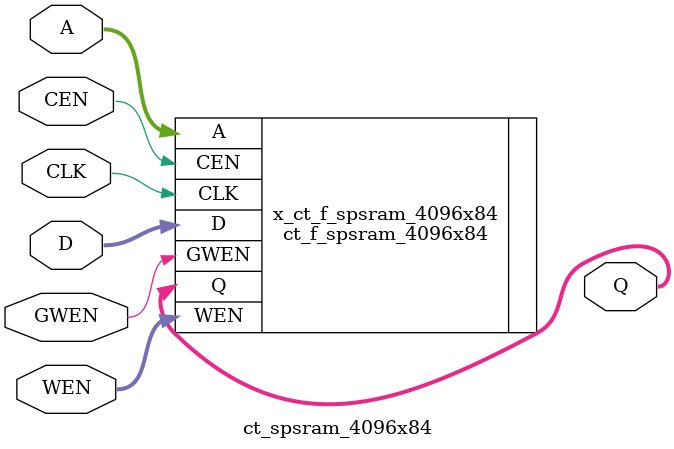
<source format=v>

/*Copyright 2019-2021 T-Head Semiconductor Co., Ltd.

Licensed under the Apache License, Version 2.0 (the "License");
you may not use this file except in compliance with the License.
You may obtain a copy of the License at

    http://www.apache.org/licenses/LICENSE-2.0

Unless required by applicable law or agreed to in writing, software
distributed under the License is distributed on an "AS IS" BASIS,
WITHOUT WARRANTIES OR CONDITIONS OF ANY KIND, either express or implied.
See the License for the specific language governing permissions and
limitations under the License.
*/

// &ModuleBeg; @22
module ct_spsram_4096x84(
  A,
  CEN,
  CLK,
  D,
  GWEN,
  Q,
  WEN
);

// &Ports; @23
input   [11:0]  A;   
input           CEN; 
input           CLK; 
input   [83:0]  D;   
input           GWEN; 
input   [83:0]  WEN; 
output  [83:0]  Q;   

// &Regs; @24

// &Wires; @25
wire    [11:0]  A;   
wire            CEN; 
wire            CLK; 
wire    [83:0]  D;   
wire            GWEN; 
wire    [83:0]  Q;   
wire    [83:0]  WEN; 


//**********************************************************
//                  Parameter Definition
//**********************************************************
parameter ADDR_WIDTH = 12;
parameter DATA_WIDTH = 84;
parameter WE_WIDTH   = 84;

// &Force("bus","Q",DATA_WIDTH-1,0); @34
// &Force("bus","WEN",WE_WIDTH-1,0); @35
// &Force("bus","A",ADDR_WIDTH-1,0); @36
// &Force("bus","D",DATA_WIDTH-1,0); @37

//  //********************************************************
//  //*                        FPGA memory                   *
//  //********************************************************
//   &Instance("ct_f_spsram_4096x84"); @43
ct_f_spsram_4096x84  x_ct_f_spsram_4096x84 (
  .A    (A   ),
  .CEN  (CEN ),
  .CLK  (CLK ),
  .D    (D   ),
  .GWEN (GWEN),
  .Q    (Q   ),
  .WEN  (WEN )
);

//   &Instance("ct_tsmc_spsram_4096x84"); @49

// &ModuleEnd; @65
endmodule



</source>
